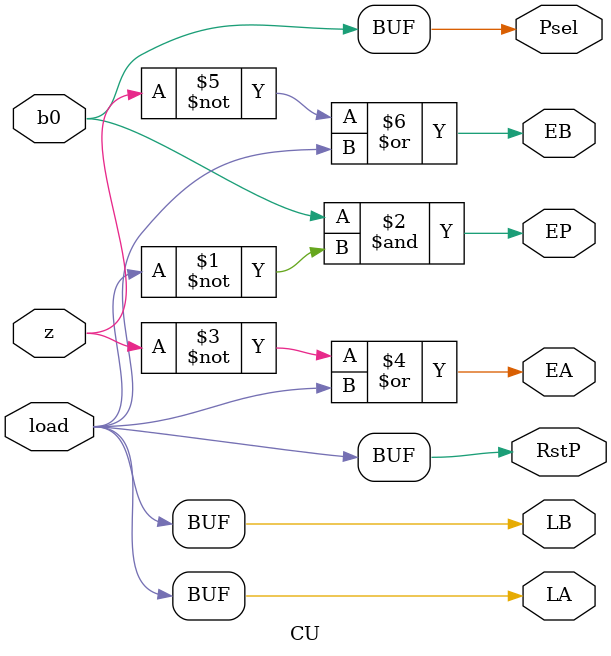
<source format=v>
`timescale 1ns / 1ps

module CU(input b0, z, load, output Psel, EP, EA, EB, LA, LB, RstP);

assign Psel = b0;
assign EP = (b0 & ~(load));
assign EA = (~(z) | load);
assign EB = (~(z) | load);
assign LA = load;
assign LB = load;
assign RstP = load;

endmodule

</source>
